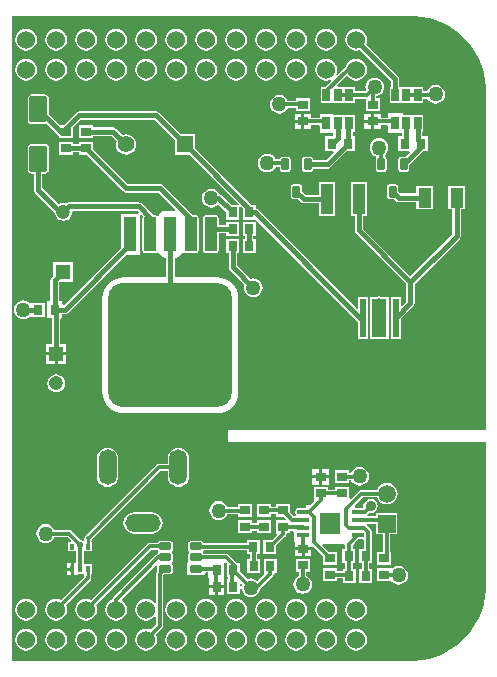
<source format=gtl>
G04*
G04 #@! TF.GenerationSoftware,Altium Limited,Altium Designer,19.1.9 (167)*
G04*
G04 Layer_Physical_Order=1*
G04 Layer_Color=255*
%FSLAX44Y44*%
%MOMM*%
G71*
G01*
G75*
%ADD11C,0.2540*%
%ADD23R,0.4000X0.5000*%
%ADD24R,1.1000X1.7000*%
%ADD25R,1.1000X2.6000*%
G04:AMPARAMS|DCode=26|XSize=0.6mm|YSize=1mm|CornerRadius=0.075mm|HoleSize=0mm|Usage=FLASHONLY|Rotation=180.000|XOffset=0mm|YOffset=0mm|HoleType=Round|Shape=RoundedRectangle|*
%AMROUNDEDRECTD26*
21,1,0.6000,0.8500,0,0,180.0*
21,1,0.4500,1.0000,0,0,180.0*
1,1,0.1500,-0.2250,0.4250*
1,1,0.1500,0.2250,0.4250*
1,1,0.1500,0.2250,-0.4250*
1,1,0.1500,-0.2250,-0.4250*
%
%ADD26ROUNDEDRECTD26*%
%ADD27R,0.9000X0.8000*%
%ADD28R,0.8000X0.9000*%
%ADD29R,0.6500X1.1000*%
%ADD30R,0.5000X3.3000*%
%ADD31R,1.3000X3.3000*%
G04:AMPARAMS|DCode=32|XSize=0.6mm|YSize=1mm|CornerRadius=0.075mm|HoleSize=0mm|Usage=FLASHONLY|Rotation=270.000|XOffset=0mm|YOffset=0mm|HoleType=Round|Shape=RoundedRectangle|*
%AMROUNDEDRECTD32*
21,1,0.6000,0.8500,0,0,270.0*
21,1,0.4500,1.0000,0,0,270.0*
1,1,0.1500,-0.4250,-0.2250*
1,1,0.1500,-0.4250,0.2250*
1,1,0.1500,0.4250,0.2250*
1,1,0.1500,0.4250,-0.2250*
%
%ADD32ROUNDEDRECTD32*%
G04:AMPARAMS|DCode=33|XSize=2.2mm|YSize=1.5mm|CornerRadius=0.1875mm|HoleSize=0mm|Usage=FLASHONLY|Rotation=90.000|XOffset=0mm|YOffset=0mm|HoleType=Round|Shape=RoundedRectangle|*
%AMROUNDEDRECTD33*
21,1,2.2000,1.1250,0,0,90.0*
21,1,1.8250,1.5000,0,0,90.0*
1,1,0.3750,0.5625,0.9125*
1,1,0.3750,0.5625,-0.9125*
1,1,0.3750,-0.5625,-0.9125*
1,1,0.3750,-0.5625,0.9125*
%
%ADD33ROUNDEDRECTD33*%
G04:AMPARAMS|DCode=34|XSize=10.5mm|YSize=10.5mm|CornerRadius=1.3125mm|HoleSize=0mm|Usage=FLASHONLY|Rotation=90.000|XOffset=0mm|YOffset=0mm|HoleType=Round|Shape=RoundedRectangle|*
%AMROUNDEDRECTD34*
21,1,10.5000,7.8750,0,0,90.0*
21,1,7.8750,10.5000,0,0,90.0*
1,1,2.6250,3.9375,3.9375*
1,1,2.6250,3.9375,-3.9375*
1,1,2.6250,-3.9375,-3.9375*
1,1,2.6250,-3.9375,3.9375*
%
%ADD34ROUNDEDRECTD34*%
G04:AMPARAMS|DCode=35|XSize=2.95mm|YSize=1.05mm|CornerRadius=0.1313mm|HoleSize=0mm|Usage=FLASHONLY|Rotation=90.000|XOffset=0mm|YOffset=0mm|HoleType=Round|Shape=RoundedRectangle|*
%AMROUNDEDRECTD35*
21,1,2.9500,0.7875,0,0,90.0*
21,1,2.6875,1.0500,0,0,90.0*
1,1,0.2625,0.3938,1.3438*
1,1,0.2625,0.3938,-1.3438*
1,1,0.2625,-0.3938,-1.3438*
1,1,0.2625,-0.3938,1.3438*
%
%ADD35ROUNDEDRECTD35*%
G04:AMPARAMS|DCode=36|XSize=0.41mm|YSize=1.02mm|CornerRadius=0.1025mm|HoleSize=0mm|Usage=FLASHONLY|Rotation=90.000|XOffset=0mm|YOffset=0mm|HoleType=Round|Shape=RoundedRectangle|*
%AMROUNDEDRECTD36*
21,1,0.4100,0.8150,0,0,90.0*
21,1,0.2050,1.0200,0,0,90.0*
1,1,0.2050,0.4075,0.1025*
1,1,0.2050,0.4075,-0.1025*
1,1,0.2050,-0.4075,-0.1025*
1,1,0.2050,-0.4075,0.1025*
%
%ADD36ROUNDEDRECTD36*%
%ADD63C,0.3000*%
%ADD64C,0.4000*%
%ADD65C,1.5240*%
%ADD66R,1.2060X1.2060*%
%ADD67C,1.2060*%
%ADD68C,1.4000*%
%ADD69R,1.4000X1.4000*%
%ADD70O,1.5000X3.0000*%
%ADD71O,3.0000X1.5000*%
%ADD72C,1.5000*%
%ADD73R,1.5000X1.5000*%
%ADD74C,1.2700*%
%ADD75C,0.9000*%
%ADD76C,1.0000*%
G36*
X348340Y545498D02*
X354459Y544281D01*
X360430Y542470D01*
X366194Y540082D01*
X371696Y537141D01*
X376884Y533675D01*
X381707Y529717D01*
X386119Y525305D01*
X390076Y520482D01*
X393543Y515294D01*
X396484Y509792D01*
X398871Y504028D01*
X400683Y498057D01*
X401900Y491938D01*
X402511Y485729D01*
Y482609D01*
Y195706D01*
X183882Y195706D01*
X183882Y185546D01*
X402511Y185546D01*
Y65041D01*
Y60378D01*
X401900Y54169D01*
X400683Y48050D01*
X398871Y42080D01*
X396484Y36316D01*
X393543Y30813D01*
X390076Y25626D01*
X386119Y20803D01*
X381707Y16391D01*
X376884Y12433D01*
X371696Y8967D01*
X366194Y6026D01*
X360430Y3638D01*
X354459Y1827D01*
X348340Y610D01*
X342131Y-2D01*
X1237D01*
Y546072D01*
X338350Y546110D01*
X342131D01*
X348340Y545498D01*
D02*
G37*
%LPC*%
G36*
X267240Y535079D02*
X264859Y534766D01*
X262640Y533847D01*
X260735Y532385D01*
X259273Y530480D01*
X258355Y528261D01*
X258041Y525880D01*
X258355Y523499D01*
X259273Y521281D01*
X260735Y519376D01*
X262640Y517914D01*
X264859Y516995D01*
X267240Y516682D01*
X269621Y516995D01*
X271839Y517914D01*
X273744Y519376D01*
X275206Y521281D01*
X276125Y523499D01*
X276439Y525880D01*
X276125Y528261D01*
X275206Y530480D01*
X273744Y532385D01*
X271839Y533847D01*
X269621Y534766D01*
X267240Y535079D01*
D02*
G37*
G36*
X241840D02*
X239459Y534766D01*
X237241Y533847D01*
X235335Y532385D01*
X233874Y530480D01*
X232955Y528261D01*
X232641Y525880D01*
X232955Y523499D01*
X233874Y521281D01*
X235335Y519376D01*
X237241Y517914D01*
X239459Y516995D01*
X241840Y516682D01*
X244221Y516995D01*
X246439Y517914D01*
X248344Y519376D01*
X249806Y521281D01*
X250725Y523499D01*
X251038Y525880D01*
X250725Y528261D01*
X249806Y530480D01*
X248344Y532385D01*
X246439Y533847D01*
X244221Y534766D01*
X241840Y535079D01*
D02*
G37*
G36*
X216440D02*
X214059Y534766D01*
X211840Y533847D01*
X209935Y532385D01*
X208473Y530480D01*
X207555Y528261D01*
X207241Y525880D01*
X207555Y523499D01*
X208473Y521281D01*
X209935Y519376D01*
X211840Y517914D01*
X214059Y516995D01*
X216440Y516682D01*
X218821Y516995D01*
X221039Y517914D01*
X222944Y519376D01*
X224406Y521281D01*
X225325Y523499D01*
X225639Y525880D01*
X225325Y528261D01*
X224406Y530480D01*
X222944Y532385D01*
X221039Y533847D01*
X218821Y534766D01*
X216440Y535079D01*
D02*
G37*
G36*
X191040D02*
X188659Y534766D01*
X186441Y533847D01*
X184535Y532385D01*
X183074Y530480D01*
X182155Y528261D01*
X181841Y525880D01*
X182155Y523499D01*
X183074Y521281D01*
X184535Y519376D01*
X186441Y517914D01*
X188659Y516995D01*
X191040Y516682D01*
X193421Y516995D01*
X195639Y517914D01*
X197544Y519376D01*
X199006Y521281D01*
X199925Y523499D01*
X200238Y525880D01*
X199925Y528261D01*
X199006Y530480D01*
X197544Y532385D01*
X195639Y533847D01*
X193421Y534766D01*
X191040Y535079D01*
D02*
G37*
G36*
X165640D02*
X163259Y534766D01*
X161040Y533847D01*
X159135Y532385D01*
X157674Y530480D01*
X156755Y528261D01*
X156441Y525880D01*
X156755Y523499D01*
X157674Y521281D01*
X159135Y519376D01*
X161040Y517914D01*
X163259Y516995D01*
X165640Y516682D01*
X168021Y516995D01*
X170239Y517914D01*
X172144Y519376D01*
X173606Y521281D01*
X174525Y523499D01*
X174839Y525880D01*
X174525Y528261D01*
X173606Y530480D01*
X172144Y532385D01*
X170239Y533847D01*
X168021Y534766D01*
X165640Y535079D01*
D02*
G37*
G36*
X140240D02*
X137859Y534766D01*
X135640Y533847D01*
X133735Y532385D01*
X132274Y530480D01*
X131355Y528261D01*
X131041Y525880D01*
X131355Y523499D01*
X132274Y521281D01*
X133735Y519376D01*
X135640Y517914D01*
X137859Y516995D01*
X140240Y516682D01*
X142621Y516995D01*
X144839Y517914D01*
X146744Y519376D01*
X148206Y521281D01*
X149125Y523499D01*
X149438Y525880D01*
X149125Y528261D01*
X148206Y530480D01*
X146744Y532385D01*
X144839Y533847D01*
X142621Y534766D01*
X140240Y535079D01*
D02*
G37*
G36*
X114840D02*
X112459Y534766D01*
X110240Y533847D01*
X108335Y532385D01*
X106874Y530480D01*
X105955Y528261D01*
X105641Y525880D01*
X105955Y523499D01*
X106874Y521281D01*
X108335Y519376D01*
X110240Y517914D01*
X112459Y516995D01*
X114840Y516682D01*
X117221Y516995D01*
X119439Y517914D01*
X121344Y519376D01*
X122806Y521281D01*
X123725Y523499D01*
X124038Y525880D01*
X123725Y528261D01*
X122806Y530480D01*
X121344Y532385D01*
X119439Y533847D01*
X117221Y534766D01*
X114840Y535079D01*
D02*
G37*
G36*
X89440D02*
X87059Y534766D01*
X84840Y533847D01*
X82935Y532385D01*
X81474Y530480D01*
X80555Y528261D01*
X80241Y525880D01*
X80555Y523499D01*
X81474Y521281D01*
X82935Y519376D01*
X84840Y517914D01*
X87059Y516995D01*
X89440Y516682D01*
X91821Y516995D01*
X94039Y517914D01*
X95944Y519376D01*
X97406Y521281D01*
X98325Y523499D01*
X98638Y525880D01*
X98325Y528261D01*
X97406Y530480D01*
X95944Y532385D01*
X94039Y533847D01*
X91821Y534766D01*
X89440Y535079D01*
D02*
G37*
G36*
X64040D02*
X61659Y534766D01*
X59440Y533847D01*
X57535Y532385D01*
X56073Y530480D01*
X55155Y528261D01*
X54841Y525880D01*
X55155Y523499D01*
X56073Y521281D01*
X57535Y519376D01*
X59440Y517914D01*
X61659Y516995D01*
X64040Y516682D01*
X66421Y516995D01*
X68639Y517914D01*
X70544Y519376D01*
X72006Y521281D01*
X72925Y523499D01*
X73239Y525880D01*
X72925Y528261D01*
X72006Y530480D01*
X70544Y532385D01*
X68639Y533847D01*
X66421Y534766D01*
X64040Y535079D01*
D02*
G37*
G36*
X38640D02*
X36259Y534766D01*
X34041Y533847D01*
X32135Y532385D01*
X30673Y530480D01*
X29755Y528261D01*
X29441Y525880D01*
X29755Y523499D01*
X30673Y521281D01*
X32135Y519376D01*
X34041Y517914D01*
X36259Y516995D01*
X38640Y516682D01*
X41021Y516995D01*
X43239Y517914D01*
X45144Y519376D01*
X46606Y521281D01*
X47525Y523499D01*
X47839Y525880D01*
X47525Y528261D01*
X46606Y530480D01*
X45144Y532385D01*
X43239Y533847D01*
X41021Y534766D01*
X38640Y535079D01*
D02*
G37*
G36*
X13240D02*
X10859Y534766D01*
X8640Y533847D01*
X6735Y532385D01*
X5274Y530480D01*
X4355Y528261D01*
X4041Y525880D01*
X4355Y523499D01*
X5274Y521281D01*
X6735Y519376D01*
X8640Y517914D01*
X10859Y516995D01*
X13240Y516682D01*
X15621Y516995D01*
X17839Y517914D01*
X19744Y519376D01*
X21206Y521281D01*
X22125Y523499D01*
X22438Y525880D01*
X22125Y528261D01*
X21206Y530480D01*
X19744Y532385D01*
X17839Y533847D01*
X15621Y534766D01*
X13240Y535079D01*
D02*
G37*
G36*
X292640Y509679D02*
X290259Y509366D01*
X288041Y508447D01*
X286135Y506985D01*
X284674Y505080D01*
X283783Y502930D01*
X283353Y502643D01*
X283353Y502643D01*
X276574Y495863D01*
X275497Y496583D01*
X276125Y498100D01*
X276439Y500480D01*
X276125Y502861D01*
X275206Y505080D01*
X273744Y506985D01*
X271839Y508447D01*
X269621Y509366D01*
X267240Y509679D01*
X264859Y509366D01*
X262640Y508447D01*
X260735Y506985D01*
X259273Y505080D01*
X258355Y502861D01*
X258041Y500480D01*
X258355Y498100D01*
X259273Y495881D01*
X260735Y493976D01*
X262640Y492514D01*
X264859Y491595D01*
X267240Y491282D01*
X269621Y491595D01*
X271137Y492223D01*
X271857Y491147D01*
X266782Y486072D01*
X262850D01*
Y472072D01*
X271081D01*
X272351Y472072D01*
Y472072D01*
X272351D01*
Y472072D01*
X291350D01*
Y476013D01*
X300797D01*
Y465371D01*
X312797D01*
Y476371D01*
X309856D01*
Y478091D01*
X310425Y478166D01*
X312335Y478957D01*
X313975Y480215D01*
X315233Y481855D01*
X316024Y483764D01*
X316294Y485814D01*
X316024Y487863D01*
X315233Y489773D01*
X313975Y491413D01*
X312335Y492671D01*
X310425Y493462D01*
X308376Y493731D01*
X306327Y493462D01*
X304417Y492671D01*
X302778Y491413D01*
X301519Y489773D01*
X300728Y487863D01*
X300458Y485814D01*
X300728Y483764D01*
X300985Y483144D01*
X300176Y482130D01*
X291350D01*
Y486072D01*
X277093D01*
X276607Y487245D01*
X284240Y494878D01*
X285507Y494795D01*
X286135Y493976D01*
X288041Y492514D01*
X290259Y491595D01*
X292640Y491282D01*
X295021Y491595D01*
X297239Y492514D01*
X299144Y493976D01*
X300606Y495881D01*
X301525Y498100D01*
X301838Y500480D01*
X301525Y502861D01*
X300606Y505080D01*
X299144Y506985D01*
X297239Y508447D01*
X295021Y509366D01*
X292640Y509679D01*
D02*
G37*
G36*
X241840D02*
X239459Y509366D01*
X237241Y508447D01*
X235335Y506985D01*
X233874Y505080D01*
X232955Y502861D01*
X232641Y500480D01*
X232955Y498100D01*
X233874Y495881D01*
X235335Y493976D01*
X237241Y492514D01*
X239459Y491595D01*
X241840Y491282D01*
X244221Y491595D01*
X246439Y492514D01*
X248344Y493976D01*
X249806Y495881D01*
X250725Y498100D01*
X251038Y500480D01*
X250725Y502861D01*
X249806Y505080D01*
X248344Y506985D01*
X246439Y508447D01*
X244221Y509366D01*
X241840Y509679D01*
D02*
G37*
G36*
X216440D02*
X214059Y509366D01*
X211840Y508447D01*
X209935Y506985D01*
X208473Y505080D01*
X207555Y502861D01*
X207241Y500480D01*
X207555Y498100D01*
X208473Y495881D01*
X209935Y493976D01*
X211840Y492514D01*
X214059Y491595D01*
X216440Y491282D01*
X218821Y491595D01*
X221039Y492514D01*
X222944Y493976D01*
X224406Y495881D01*
X225325Y498100D01*
X225639Y500480D01*
X225325Y502861D01*
X224406Y505080D01*
X222944Y506985D01*
X221039Y508447D01*
X218821Y509366D01*
X216440Y509679D01*
D02*
G37*
G36*
X191040D02*
X188659Y509366D01*
X186441Y508447D01*
X184535Y506985D01*
X183074Y505080D01*
X182155Y502861D01*
X181841Y500480D01*
X182155Y498100D01*
X183074Y495881D01*
X184535Y493976D01*
X186441Y492514D01*
X188659Y491595D01*
X191040Y491282D01*
X193421Y491595D01*
X195639Y492514D01*
X197544Y493976D01*
X199006Y495881D01*
X199925Y498100D01*
X200238Y500480D01*
X199925Y502861D01*
X199006Y505080D01*
X197544Y506985D01*
X195639Y508447D01*
X193421Y509366D01*
X191040Y509679D01*
D02*
G37*
G36*
X165640D02*
X163259Y509366D01*
X161040Y508447D01*
X159135Y506985D01*
X157674Y505080D01*
X156755Y502861D01*
X156441Y500480D01*
X156755Y498100D01*
X157674Y495881D01*
X159135Y493976D01*
X161040Y492514D01*
X163259Y491595D01*
X165640Y491282D01*
X168021Y491595D01*
X170239Y492514D01*
X172144Y493976D01*
X173606Y495881D01*
X174525Y498100D01*
X174839Y500480D01*
X174525Y502861D01*
X173606Y505080D01*
X172144Y506985D01*
X170239Y508447D01*
X168021Y509366D01*
X165640Y509679D01*
D02*
G37*
G36*
X140240D02*
X137859Y509366D01*
X135640Y508447D01*
X133735Y506985D01*
X132274Y505080D01*
X131355Y502861D01*
X131041Y500480D01*
X131355Y498100D01*
X132274Y495881D01*
X133735Y493976D01*
X135640Y492514D01*
X137859Y491595D01*
X140240Y491282D01*
X142621Y491595D01*
X144839Y492514D01*
X146744Y493976D01*
X148206Y495881D01*
X149125Y498100D01*
X149438Y500480D01*
X149125Y502861D01*
X148206Y505080D01*
X146744Y506985D01*
X144839Y508447D01*
X142621Y509366D01*
X140240Y509679D01*
D02*
G37*
G36*
X114840D02*
X112459Y509366D01*
X110240Y508447D01*
X108335Y506985D01*
X106874Y505080D01*
X105955Y502861D01*
X105641Y500480D01*
X105955Y498100D01*
X106874Y495881D01*
X108335Y493976D01*
X110240Y492514D01*
X112459Y491595D01*
X114840Y491282D01*
X117221Y491595D01*
X119439Y492514D01*
X121344Y493976D01*
X122806Y495881D01*
X123725Y498100D01*
X124038Y500480D01*
X123725Y502861D01*
X122806Y505080D01*
X121344Y506985D01*
X119439Y508447D01*
X117221Y509366D01*
X114840Y509679D01*
D02*
G37*
G36*
X89440D02*
X87059Y509366D01*
X84840Y508447D01*
X82935Y506985D01*
X81474Y505080D01*
X80555Y502861D01*
X80241Y500480D01*
X80555Y498100D01*
X81474Y495881D01*
X82935Y493976D01*
X84840Y492514D01*
X87059Y491595D01*
X89440Y491282D01*
X91821Y491595D01*
X94039Y492514D01*
X95944Y493976D01*
X97406Y495881D01*
X98325Y498100D01*
X98638Y500480D01*
X98325Y502861D01*
X97406Y505080D01*
X95944Y506985D01*
X94039Y508447D01*
X91821Y509366D01*
X89440Y509679D01*
D02*
G37*
G36*
X64040D02*
X61659Y509366D01*
X59440Y508447D01*
X57535Y506985D01*
X56073Y505080D01*
X55155Y502861D01*
X54841Y500480D01*
X55155Y498100D01*
X56073Y495881D01*
X57535Y493976D01*
X59440Y492514D01*
X61659Y491595D01*
X64040Y491282D01*
X66421Y491595D01*
X68639Y492514D01*
X70544Y493976D01*
X72006Y495881D01*
X72925Y498100D01*
X73239Y500480D01*
X72925Y502861D01*
X72006Y505080D01*
X70544Y506985D01*
X68639Y508447D01*
X66421Y509366D01*
X64040Y509679D01*
D02*
G37*
G36*
X38640D02*
X36259Y509366D01*
X34041Y508447D01*
X32135Y506985D01*
X30673Y505080D01*
X29755Y502861D01*
X29441Y500480D01*
X29755Y498100D01*
X30673Y495881D01*
X32135Y493976D01*
X34041Y492514D01*
X36259Y491595D01*
X38640Y491282D01*
X41021Y491595D01*
X43239Y492514D01*
X45144Y493976D01*
X46606Y495881D01*
X47525Y498100D01*
X47839Y500480D01*
X47525Y502861D01*
X46606Y505080D01*
X45144Y506985D01*
X43239Y508447D01*
X41021Y509366D01*
X38640Y509679D01*
D02*
G37*
G36*
X13240D02*
X10859Y509366D01*
X8640Y508447D01*
X6735Y506985D01*
X5274Y505080D01*
X4355Y502861D01*
X4041Y500480D01*
X4355Y498100D01*
X5274Y495881D01*
X6735Y493976D01*
X8640Y492514D01*
X10859Y491595D01*
X13240Y491282D01*
X15621Y491595D01*
X17839Y492514D01*
X19744Y493976D01*
X21206Y495881D01*
X22125Y498100D01*
X22438Y500480D01*
X22125Y502861D01*
X21206Y505080D01*
X19744Y506985D01*
X17839Y508447D01*
X15621Y509366D01*
X13240Y509679D01*
D02*
G37*
G36*
X292640Y535079D02*
X290259Y534766D01*
X288041Y533847D01*
X286135Y532385D01*
X284674Y530480D01*
X283755Y528261D01*
X283441Y525880D01*
X283755Y523499D01*
X284674Y521281D01*
X286135Y519376D01*
X288041Y517914D01*
X290259Y516995D01*
X292640Y516682D01*
X295021Y516995D01*
X296051Y517422D01*
X322179Y491295D01*
Y486072D01*
X320997D01*
Y472072D01*
X338727D01*
X339997Y472072D01*
Y472072D01*
X339997D01*
Y472072D01*
X349497D01*
Y476013D01*
X352997D01*
X353095Y475776D01*
X354353Y474136D01*
X355993Y472878D01*
X357903Y472087D01*
X359952Y471817D01*
X362001Y472087D01*
X363911Y472878D01*
X365551Y474136D01*
X366809Y475776D01*
X367600Y477685D01*
X367870Y479734D01*
X367600Y481784D01*
X366809Y483693D01*
X365551Y485333D01*
X363911Y486591D01*
X362001Y487383D01*
X359952Y487652D01*
X357903Y487383D01*
X355993Y486591D01*
X354353Y485333D01*
X353095Y483693D01*
X352448Y482130D01*
X349497D01*
Y486072D01*
X341267D01*
X339997Y486072D01*
Y486072D01*
X339997D01*
Y486072D01*
X329316D01*
Y492773D01*
X329044Y494138D01*
X328271Y495296D01*
X301098Y522469D01*
X301525Y523499D01*
X301838Y525880D01*
X301525Y528261D01*
X300606Y530480D01*
X299144Y532385D01*
X297239Y533847D01*
X295021Y534766D01*
X292640Y535079D01*
D02*
G37*
G36*
X227581Y479220D02*
X225532Y478950D01*
X223622Y478159D01*
X221982Y476901D01*
X220724Y475261D01*
X219933Y473352D01*
X219663Y471302D01*
X219933Y469253D01*
X220724Y467343D01*
X221982Y465704D01*
X223622Y464445D01*
X225532Y463654D01*
X227581Y463385D01*
X229630Y463654D01*
X231540Y464445D01*
X233179Y465704D01*
X234438Y467343D01*
X234811Y468243D01*
X241724D01*
Y465371D01*
X253724D01*
Y476371D01*
X241724D01*
Y474361D01*
X234811D01*
X234438Y475261D01*
X233179Y476901D01*
X231540Y478159D01*
X229630Y478950D01*
X227581Y479220D01*
D02*
G37*
G36*
X319684Y463799D02*
Y459929D01*
X313837D01*
Y463410D01*
X308068D01*
Y456870D01*
Y450331D01*
X313837D01*
Y453812D01*
X318786D01*
X319684Y452914D01*
X319684Y447070D01*
X319957Y447032D01*
X320938Y447032D01*
X331537D01*
X331678Y445820D01*
Y444024D01*
X328274D01*
Y432024D01*
X337866D01*
X338392Y430754D01*
X334535Y426898D01*
X330788D01*
X329910Y426723D01*
X329166Y426226D01*
X328669Y425481D01*
X328494Y424603D01*
Y416103D01*
X328669Y415225D01*
X329166Y414481D01*
X329910Y413984D01*
X330788Y413809D01*
X335288D01*
X336166Y413984D01*
X336910Y414481D01*
X337407Y415225D01*
X337582Y416103D01*
Y419851D01*
X349755Y432024D01*
X353274D01*
Y444024D01*
X348316D01*
Y448072D01*
X349497D01*
Y462072D01*
X341267D01*
X339997Y462072D01*
X338727Y462072D01*
X332019D01*
Y463799D01*
X319684Y463799D01*
D02*
G37*
G36*
X246454Y463410D02*
X240684D01*
Y458140D01*
X246454D01*
Y463410D01*
D02*
G37*
G36*
X305528D02*
X299757D01*
Y458140D01*
X305528D01*
Y463410D01*
D02*
G37*
G36*
Y455601D02*
X299757D01*
Y450331D01*
X305528D01*
Y455601D01*
D02*
G37*
G36*
X246454D02*
X240684D01*
Y450331D01*
X246454D01*
Y455601D01*
D02*
G37*
G36*
X70147Y439567D02*
X58147D01*
Y437636D01*
X53340D01*
Y439567D01*
X41340D01*
Y428567D01*
X53340D01*
Y430499D01*
X58147D01*
Y428567D01*
X64600D01*
X95653Y397515D01*
X95653Y397515D01*
X96811Y396742D01*
X98176Y396470D01*
X125563D01*
X139661Y382372D01*
X139042Y381195D01*
X131562D01*
X129099Y380705D01*
X127011Y379310D01*
X125616Y377222D01*
X125134Y377047D01*
X124256Y376893D01*
X123485Y377408D01*
X122387Y377626D01*
X120843D01*
X111206Y387263D01*
X110048Y388037D01*
X108682Y388309D01*
X49322D01*
X47956Y388037D01*
X47066Y387442D01*
X46774Y387563D01*
X44809Y387821D01*
X42843Y387563D01*
X41011Y386804D01*
X40840Y386673D01*
X27173Y400340D01*
Y412533D01*
X29230D01*
X30546Y412795D01*
X31663Y413541D01*
X32409Y414657D01*
X32671Y415974D01*
Y434224D01*
X32409Y435541D01*
X31663Y436657D01*
X30546Y437403D01*
X29230Y437665D01*
X17980D01*
X16663Y437403D01*
X15546Y436657D01*
X14800Y435541D01*
X14539Y434224D01*
Y415974D01*
X14800Y414657D01*
X15546Y413541D01*
X16663Y412795D01*
X17980Y412533D01*
X20036D01*
Y398862D01*
X20308Y397496D01*
X21081Y396338D01*
X37217Y380203D01*
X37472Y378261D01*
X38231Y376429D01*
X39438Y374856D01*
X41011Y373649D01*
X42843Y372890D01*
X44809Y372631D01*
X46774Y372890D01*
X48606Y373649D01*
X50179Y374856D01*
X51386Y376429D01*
X52145Y378261D01*
X52403Y380227D01*
X53232Y381171D01*
X107204D01*
X108645Y379731D01*
X108118Y378461D01*
X106471D01*
X105337Y378687D01*
X97462D01*
X96329Y378461D01*
X93506D01*
Y349851D01*
X45286Y301631D01*
X44016Y302157D01*
Y304278D01*
X44015Y304278D01*
X41044D01*
Y320615D01*
X41279Y320850D01*
X53378D01*
Y320857D01*
X53379D01*
Y337996D01*
X36239D01*
Y337990D01*
X36239D01*
Y325903D01*
X34952Y324617D01*
X34179Y323459D01*
X33907Y322094D01*
Y304278D01*
X30936D01*
Y304278D01*
X30935D01*
Y290198D01*
X35189D01*
Y268441D01*
X30187D01*
Y261141D01*
X38757D01*
X47327D01*
Y268441D01*
X42326D01*
Y289300D01*
X43224Y290198D01*
X44015Y290198D01*
X44016Y290198D01*
X44016Y291468D01*
Y293669D01*
X45940D01*
X47305Y293941D01*
X48463Y294715D01*
X97704Y343956D01*
X109334D01*
Y377246D01*
X110604Y377772D01*
X112126Y376250D01*
X111863Y375856D01*
X111645Y374759D01*
Y347884D01*
X111863Y346786D01*
X112485Y345856D01*
X113415Y345234D01*
X114512Y345016D01*
X122387D01*
X123485Y345234D01*
X124256Y345750D01*
X125134Y345595D01*
X125616Y345421D01*
X127011Y343333D01*
X129099Y341937D01*
X131562Y341448D01*
X131931D01*
Y324909D01*
X96125D01*
X92572Y324559D01*
X89155Y323523D01*
X86006Y321840D01*
X83246Y319575D01*
X80981Y316815D01*
X79298Y313666D01*
X78262Y310250D01*
X77912Y306696D01*
Y227946D01*
X78262Y224393D01*
X79298Y220977D01*
X80981Y217828D01*
X83246Y215068D01*
X86006Y212803D01*
X89155Y211120D01*
X92572Y210084D01*
X96125Y209734D01*
X174875D01*
X178428Y210084D01*
X181844Y211120D01*
X184993Y212803D01*
X187753Y215068D01*
X190018Y217828D01*
X191701Y220977D01*
X192737Y224393D01*
X193087Y227946D01*
Y306696D01*
X192737Y310250D01*
X191701Y313666D01*
X190018Y316815D01*
X187753Y319575D01*
X184993Y321840D01*
X181844Y323523D01*
X178428Y324559D01*
X174875Y324909D01*
X139068D01*
Y341448D01*
X139437D01*
X141900Y341937D01*
X143988Y343333D01*
X145384Y345421D01*
X145865Y345595D01*
X146744Y345750D01*
X147515Y345234D01*
X148612Y345016D01*
X156487D01*
X157585Y345234D01*
X158515Y345856D01*
X159136Y346786D01*
X159355Y347884D01*
Y374759D01*
X159136Y375856D01*
X158515Y376786D01*
X157585Y377408D01*
X156487Y377626D01*
X154500D01*
X129565Y402562D01*
X128407Y403335D01*
X127042Y403607D01*
X99655D01*
X70147Y433114D01*
Y439567D01*
D02*
G37*
G36*
Y453567D02*
X58147D01*
Y442567D01*
X70147D01*
Y444499D01*
X85669D01*
X90019Y440148D01*
X89721Y439430D01*
X89429Y437211D01*
X89721Y434992D01*
X90578Y432925D01*
X91940Y431149D01*
X93716Y429787D01*
X95784Y428930D01*
X98003Y428638D01*
X100222Y428930D01*
X102289Y429787D01*
X104065Y431149D01*
X105427Y432925D01*
X106284Y434992D01*
X106576Y437211D01*
X106284Y439430D01*
X105427Y441498D01*
X104065Y443274D01*
X102289Y444636D01*
X100222Y445493D01*
X98003Y445785D01*
X95784Y445493D01*
X95066Y445195D01*
X89670Y450591D01*
X88512Y451364D01*
X87147Y451636D01*
X70147D01*
Y453567D01*
D02*
G37*
G36*
X254764Y463410D02*
X248994D01*
Y456870D01*
Y450331D01*
X254764D01*
Y453812D01*
X260912D01*
X261810Y452914D01*
X261810Y447032D01*
X261810Y447032D01*
X263080Y447032D01*
X273391D01*
X273532Y445820D01*
Y444438D01*
X273119Y444024D01*
X266665D01*
Y432024D01*
X273459D01*
X273945Y430851D01*
X267017Y423922D01*
X256227D01*
Y424603D01*
X256053Y425481D01*
X255555Y426226D01*
X254811Y426723D01*
X253933Y426898D01*
X249433D01*
X248556Y426723D01*
X247811Y426226D01*
X247314Y425481D01*
X247139Y424603D01*
Y416103D01*
X247314Y415225D01*
X247811Y414481D01*
X248556Y413984D01*
X249433Y413809D01*
X253933D01*
X254811Y413984D01*
X255555Y414481D01*
X256053Y415225D01*
X256227Y416103D01*
Y416785D01*
X268495D01*
X269860Y417057D01*
X271018Y417830D01*
X285212Y432024D01*
X291665D01*
Y444024D01*
X289734D01*
Y448072D01*
X291350D01*
Y462072D01*
X274072D01*
X273391Y463112D01*
X273363Y463112D01*
X273363Y463112D01*
X272120Y463112D01*
X261810Y463112D01*
Y459929D01*
X254764D01*
Y463410D01*
D02*
G37*
G36*
X312102Y442548D02*
X310053Y442278D01*
X308144Y441487D01*
X306504Y440229D01*
X305245Y438589D01*
X304454Y436679D01*
X304185Y434630D01*
X304454Y432581D01*
X305245Y430671D01*
X306504Y429032D01*
X308144Y427773D01*
X309432Y427239D01*
X309553Y427073D01*
X309868Y425881D01*
X309846Y425747D01*
X309668Y425481D01*
X309494Y424603D01*
Y416103D01*
X309668Y415225D01*
X310166Y414481D01*
X310910Y413984D01*
X311788Y413809D01*
X316288D01*
X317166Y413984D01*
X317910Y414481D01*
X318407Y415225D01*
X318582Y416103D01*
Y424603D01*
X318407Y425481D01*
X317910Y426226D01*
X317166Y426723D01*
X317097Y426737D01*
Y428568D01*
X317701Y429032D01*
X318959Y430671D01*
X319750Y432581D01*
X320020Y434630D01*
X319750Y436679D01*
X318959Y438589D01*
X317701Y440229D01*
X316061Y441487D01*
X314152Y442278D01*
X312102Y442548D01*
D02*
G37*
G36*
X217384Y429409D02*
X215334Y429139D01*
X213425Y428348D01*
X211785Y427090D01*
X210527Y425450D01*
X209736Y423541D01*
X209466Y421491D01*
X209736Y419442D01*
X210527Y417533D01*
X211785Y415893D01*
X213425Y414634D01*
X215334Y413843D01*
X217384Y413574D01*
X219433Y413843D01*
X221343Y414634D01*
X222982Y415893D01*
X224241Y417533D01*
X224613Y418433D01*
X228140D01*
Y416103D01*
X228314Y415225D01*
X228811Y414481D01*
X229556Y413984D01*
X230434Y413809D01*
X234934D01*
X235812Y413984D01*
X236556Y414481D01*
X237053Y415225D01*
X237228Y416103D01*
Y424603D01*
X237053Y425481D01*
X236556Y426226D01*
X235812Y426723D01*
X234934Y426898D01*
X230434D01*
X229556Y426723D01*
X228811Y426226D01*
X228314Y425481D01*
X228140Y424603D01*
Y424550D01*
X224613D01*
X224241Y425450D01*
X222982Y427090D01*
X221343Y428348D01*
X219433Y429139D01*
X217384Y429409D01*
D02*
G37*
G36*
X274957Y405738D02*
X260957D01*
Y394807D01*
X249777D01*
X246728Y397856D01*
Y401604D01*
X246553Y402482D01*
X246056Y403226D01*
X245312Y403723D01*
X244434Y403898D01*
X239934D01*
X239056Y403723D01*
X238312Y403226D01*
X237814Y402482D01*
X237640Y401604D01*
Y393104D01*
X237814Y392226D01*
X238312Y391482D01*
X239056Y390984D01*
X239934Y390810D01*
X243681D01*
X245776Y388715D01*
X246933Y387942D01*
X248299Y387670D01*
X260957D01*
Y376738D01*
X274957D01*
Y405738D01*
D02*
G37*
G36*
X29230Y479666D02*
X17980D01*
X16663Y479404D01*
X15546Y478658D01*
X14800Y477541D01*
X14539Y476225D01*
Y457975D01*
X14800Y456658D01*
X15546Y455541D01*
X16663Y454795D01*
X17980Y454534D01*
X29230D01*
X30546Y454795D01*
X30736Y454922D01*
X40113Y445544D01*
X41271Y444770D01*
X41340Y444757D01*
Y442567D01*
X53340D01*
Y451762D01*
X59756Y458178D01*
X121990D01*
X139503Y440665D01*
Y428711D01*
X151456D01*
X193239Y386928D01*
X192713Y385658D01*
X187299D01*
X178683Y394275D01*
X177525Y395048D01*
X177240Y395105D01*
X176989Y395710D01*
X175731Y397350D01*
X174091Y398608D01*
X172181Y399399D01*
X170132Y399669D01*
X168083Y399399D01*
X166173Y398608D01*
X164533Y397350D01*
X163275Y395710D01*
X162484Y393801D01*
X162214Y391752D01*
X162484Y389702D01*
X163275Y387793D01*
X164533Y386153D01*
X166173Y384894D01*
X168083Y384104D01*
X170132Y383834D01*
X172181Y384104D01*
X174091Y384894D01*
X175731Y386153D01*
X176651Y386213D01*
X182752Y380111D01*
Y373658D01*
X193752D01*
Y384619D01*
X195022Y385145D01*
X196752Y383415D01*
Y373658D01*
X207712D01*
X293491Y287879D01*
X294394Y287276D01*
Y272402D01*
X302395D01*
Y308402D01*
X294394D01*
Y298729D01*
X293221Y298242D01*
X209282Y382181D01*
X208125Y382955D01*
X207752Y383029D01*
Y385658D01*
X204603D01*
X156503Y433758D01*
Y445711D01*
X144549D01*
X125991Y464270D01*
X124833Y465043D01*
X123468Y465315D01*
X58278D01*
X56912Y465043D01*
X55754Y464270D01*
X45052Y453567D01*
X42183D01*
X32671Y463080D01*
Y476225D01*
X32409Y477541D01*
X31663Y478658D01*
X30546Y479404D01*
X29230Y479666D01*
D02*
G37*
G36*
X325788Y403898D02*
X321288D01*
X320410Y403723D01*
X319666Y403226D01*
X319168Y402482D01*
X318994Y401604D01*
Y393104D01*
X319168Y392226D01*
X319666Y391482D01*
X320410Y390984D01*
X321288Y390810D01*
X325035D01*
X326181Y389664D01*
X327339Y388890D01*
X328704Y388619D01*
X343769D01*
Y382187D01*
X357769D01*
Y402187D01*
X343769D01*
Y395756D01*
X330182D01*
X328082Y397856D01*
Y401604D01*
X327907Y402482D01*
X327410Y403226D01*
X326666Y403723D01*
X325788Y403898D01*
D02*
G37*
G36*
X173537Y377626D02*
X165662D01*
X164565Y377408D01*
X163634Y376786D01*
X163013Y375856D01*
X162795Y374759D01*
Y347884D01*
X163013Y346786D01*
X163634Y345856D01*
X164565Y345234D01*
X165662Y345016D01*
X173537D01*
X174635Y345234D01*
X175565Y345856D01*
X176187Y346786D01*
X176405Y347884D01*
Y361938D01*
X182752D01*
Y359506D01*
X193752D01*
Y371506D01*
X182752D01*
Y369075D01*
X176405D01*
Y374759D01*
X176187Y375856D01*
X175565Y376786D01*
X174635Y377408D01*
X173537Y377626D01*
D02*
G37*
G36*
X207752Y371506D02*
X196752D01*
Y359506D01*
X198684D01*
Y357354D01*
X196752D01*
Y345354D01*
X207752D01*
Y357354D01*
X205821D01*
Y359506D01*
X207752D01*
Y371506D01*
D02*
G37*
G36*
X193752Y357354D02*
X182752D01*
Y345354D01*
X184684D01*
Y333410D01*
X184956Y332045D01*
X185729Y330887D01*
X198237Y318379D01*
X198076Y317988D01*
X197806Y315939D01*
X198076Y313890D01*
X198867Y311980D01*
X200125Y310340D01*
X201765Y309082D01*
X203674Y308291D01*
X205724Y308021D01*
X207773Y308291D01*
X209683Y309082D01*
X211322Y310340D01*
X212581Y311980D01*
X213372Y313890D01*
X213641Y315939D01*
X213372Y317988D01*
X212581Y319898D01*
X211322Y321538D01*
X209683Y322796D01*
X207773Y323587D01*
X205724Y323857D01*
X203674Y323587D01*
X203284Y323425D01*
X191821Y334888D01*
Y345354D01*
X193752D01*
Y357354D01*
D02*
G37*
G36*
X301957Y405738D02*
X287957D01*
Y376738D01*
X291388D01*
Y364520D01*
X291660Y363154D01*
X292433Y361997D01*
X335084Y319346D01*
Y304139D01*
X331568Y300622D01*
X330394Y301108D01*
Y308402D01*
X322394D01*
Y272402D01*
X330394D01*
Y289356D01*
X341176Y300137D01*
X341950Y301295D01*
X342221Y302660D01*
Y319298D01*
X380292Y357368D01*
X381065Y358526D01*
X381337Y359892D01*
Y382187D01*
X384768D01*
Y402187D01*
X370769D01*
Y382187D01*
X374200D01*
Y361370D01*
X338677Y325847D01*
X298525Y365998D01*
Y376738D01*
X301957D01*
Y405738D01*
D02*
G37*
G36*
X11061Y305273D02*
X9011Y305003D01*
X7102Y304212D01*
X5462Y302954D01*
X4204Y301314D01*
X3413Y299404D01*
X3143Y297355D01*
X3413Y295306D01*
X4204Y293396D01*
X5462Y291756D01*
X7102Y290498D01*
X9011Y289707D01*
X11061Y289437D01*
X13110Y289707D01*
X15019Y290498D01*
X16659Y291756D01*
X16706Y291817D01*
X17976Y291385D01*
Y291238D01*
X28976D01*
Y303238D01*
X17976D01*
X17976Y303238D01*
Y303238D01*
X16706Y302893D01*
X16659Y302954D01*
X15019Y304212D01*
X13110Y305003D01*
X11061Y305273D01*
D02*
G37*
G36*
X312394Y308642D02*
X310698Y308419D01*
X310658Y308402D01*
X304394D01*
Y272402D01*
X320394D01*
Y308402D01*
X314130D01*
X314091Y308419D01*
X312394Y308642D01*
D02*
G37*
G36*
X47327Y258601D02*
X40027D01*
Y251301D01*
X47327D01*
Y258601D01*
D02*
G37*
G36*
X37487D02*
X30187D01*
Y251301D01*
X37487D01*
Y258601D01*
D02*
G37*
G36*
X38757Y242465D02*
X36792Y242207D01*
X34960Y241448D01*
X33387Y240241D01*
X32180Y238668D01*
X31421Y236836D01*
X31162Y234870D01*
X31421Y232905D01*
X32180Y231073D01*
X33387Y229500D01*
X34960Y228293D01*
X36792Y227534D01*
X38757Y227276D01*
X40723Y227534D01*
X42555Y228293D01*
X44128Y229500D01*
X45335Y231073D01*
X46093Y232905D01*
X46352Y234870D01*
X46093Y236836D01*
X45335Y238668D01*
X44128Y240241D01*
X42555Y241448D01*
X40723Y242207D01*
X38757Y242465D01*
D02*
G37*
G36*
X295629Y164102D02*
X293580Y163832D01*
X291671Y163041D01*
X290031Y161782D01*
X288773Y160143D01*
X288277Y158946D01*
X287056D01*
Y161388D01*
X275056D01*
Y150388D01*
X287056D01*
Y152829D01*
X288522D01*
X288773Y152225D01*
X290031Y150585D01*
X291671Y149327D01*
X293580Y148536D01*
X295629Y148266D01*
X297679Y148536D01*
X299588Y149327D01*
X301228Y150585D01*
X302486Y152225D01*
X303277Y154135D01*
X303547Y156184D01*
X303277Y158233D01*
X302486Y160143D01*
X301228Y161782D01*
X299588Y163041D01*
X297679Y163832D01*
X295629Y164102D01*
D02*
G37*
G36*
X269706Y162274D02*
X263936D01*
Y157004D01*
X269706D01*
Y162274D01*
D02*
G37*
G36*
X261396D02*
X255626D01*
Y157004D01*
X261396D01*
Y162274D01*
D02*
G37*
G36*
X269706Y154464D02*
X263936D01*
Y149194D01*
X269706D01*
Y154464D01*
D02*
G37*
G36*
X261396D02*
X255626D01*
Y149194D01*
X261396D01*
Y154464D01*
D02*
G37*
G36*
X142315Y180422D02*
X139966Y180113D01*
X137776Y179206D01*
X135896Y177763D01*
X134454Y175883D01*
X133547Y173694D01*
X133237Y171344D01*
Y166903D01*
X125642D01*
X124471Y166670D01*
X123479Y166007D01*
X123479Y166007D01*
X64036Y106565D01*
X64036Y106565D01*
X63964Y106492D01*
X63301Y105500D01*
X63287Y105430D01*
X62782Y104675D01*
X62567Y103594D01*
Y102266D01*
X62214Y102009D01*
X61297Y101703D01*
X60562Y102194D01*
X59724Y102361D01*
X52090Y109995D01*
X51097Y110659D01*
X49927Y110891D01*
X49927Y110891D01*
X37064D01*
X36691Y111791D01*
X35433Y113431D01*
X33793Y114690D01*
X31883Y115480D01*
X29834Y115750D01*
X27785Y115480D01*
X25875Y114690D01*
X24235Y113431D01*
X22977Y111791D01*
X22186Y109882D01*
X21916Y107833D01*
X22186Y105783D01*
X22977Y103874D01*
X24235Y102234D01*
X25875Y100976D01*
X27785Y100185D01*
X29834Y99915D01*
X31883Y100185D01*
X33793Y100976D01*
X35433Y102234D01*
X36691Y103874D01*
X37064Y104774D01*
X48660D01*
X51635Y101799D01*
X51149Y100625D01*
X48891D01*
Y92626D01*
X55833D01*
Y82665D01*
X53661D01*
Y77625D01*
Y72585D01*
X56931D01*
Y73625D01*
X62497D01*
Y72230D01*
X62495Y72228D01*
X62305Y71271D01*
X45047Y54013D01*
X42561Y51527D01*
X41021Y52165D01*
X38640Y52479D01*
X36259Y52165D01*
X34041Y51247D01*
X32135Y49785D01*
X30673Y47880D01*
X29755Y45661D01*
X29441Y43280D01*
X29755Y40900D01*
X30673Y38681D01*
X32135Y36776D01*
X34041Y35314D01*
X36259Y34395D01*
X38640Y34082D01*
X41021Y34395D01*
X43239Y35314D01*
X45144Y36776D01*
X46606Y38681D01*
X47525Y40900D01*
X47839Y43280D01*
X47525Y45661D01*
X46887Y47202D01*
X49373Y49688D01*
X67484Y67799D01*
X68147Y68791D01*
X68380Y69962D01*
X68380Y69962D01*
Y71057D01*
X68147Y72228D01*
X68145Y72230D01*
Y73625D01*
X68892D01*
Y81625D01*
X61950D01*
Y92626D01*
X68892D01*
Y100625D01*
X68216D01*
Y101853D01*
X68289Y101902D01*
X68821Y102698D01*
X126909Y160786D01*
X133237D01*
Y156344D01*
X133547Y153995D01*
X134454Y151806D01*
X135896Y149926D01*
X137776Y148483D01*
X139966Y147576D01*
X142315Y147267D01*
X144664Y147576D01*
X146854Y148483D01*
X148734Y149926D01*
X150176Y151806D01*
X151083Y153995D01*
X151393Y156344D01*
Y171344D01*
X151083Y173694D01*
X150176Y175883D01*
X148734Y177763D01*
X146854Y179206D01*
X144664Y180113D01*
X142315Y180422D01*
D02*
G37*
G36*
X82315D02*
X79966Y180113D01*
X77776Y179206D01*
X75896Y177763D01*
X74454Y175883D01*
X73547Y173694D01*
X73238Y171344D01*
Y156344D01*
X73547Y153995D01*
X74454Y151806D01*
X75896Y149926D01*
X77776Y148483D01*
X79966Y147576D01*
X82315Y147267D01*
X84665Y147576D01*
X86854Y148483D01*
X88734Y149926D01*
X90177Y151806D01*
X91083Y153995D01*
X91393Y156344D01*
Y171344D01*
X91083Y173694D01*
X90177Y175883D01*
X88734Y177763D01*
X86854Y179206D01*
X84665Y180113D01*
X82315Y180422D01*
D02*
G37*
G36*
X318729Y150566D02*
X316379Y150257D01*
X314190Y149350D01*
X312310Y147907D01*
X310867Y146027D01*
X310254Y144547D01*
X297063D01*
X297063Y144547D01*
X295893Y144314D01*
X294900Y143651D01*
X288326Y137077D01*
X287056Y137603D01*
Y147388D01*
X275056D01*
Y144793D01*
X268666D01*
Y147234D01*
X256666D01*
Y136234D01*
X256900D01*
X257386Y135061D01*
X254069Y131743D01*
X250214Y131744D01*
X250214Y129456D01*
X243832D01*
X242847Y129260D01*
X242012Y128702D01*
X241453Y127867D01*
X241257Y126882D01*
Y124832D01*
X241453Y123847D01*
X241561Y123686D01*
X240956Y122555D01*
X239707Y122453D01*
X236490Y125670D01*
Y132844D01*
X224490D01*
Y130402D01*
X220444D01*
Y132844D01*
X208444D01*
Y121844D01*
X220444D01*
Y124285D01*
X224490D01*
Y121844D01*
X231664D01*
X233491Y120017D01*
X233005Y118844D01*
X224490D01*
Y107844D01*
X225060D01*
X225546Y106670D01*
X221451Y102575D01*
X214277D01*
Y90575D01*
X225277D01*
Y97749D01*
X232652Y105125D01*
X232652Y105125D01*
X233316Y106117D01*
X233548Y107288D01*
X234588Y107844D01*
X236490D01*
Y110285D01*
X239299D01*
X240197Y109387D01*
X240197Y101694D01*
X240197D01*
X240818Y100424D01*
Y96355D01*
X247858D01*
X254898D01*
Y96548D01*
X256071Y97034D01*
X264597Y88508D01*
Y81334D01*
X276597D01*
Y92334D01*
X269422D01*
X263855Y97901D01*
X264342Y99074D01*
X282726Y99075D01*
X283624Y98177D01*
Y94598D01*
X281182D01*
Y82598D01*
X283624D01*
Y77574D01*
X281218D01*
Y75893D01*
X276597D01*
Y78334D01*
X264597D01*
Y67334D01*
X276597D01*
Y69775D01*
X281218D01*
Y65574D01*
X292218D01*
Y77574D01*
X289741D01*
Y82598D01*
X292183D01*
Y94598D01*
X289741D01*
Y97865D01*
X290951Y99075D01*
X291457D01*
X291456Y99580D01*
X294633Y102757D01*
X297982D01*
X298470Y102854D01*
X299741Y102059D01*
Y94598D01*
X295182D01*
Y82598D01*
X297624D01*
Y77574D01*
X295218D01*
Y65574D01*
X306217D01*
Y77574D01*
X303741D01*
Y82598D01*
X306182D01*
Y94598D01*
X305858D01*
Y109413D01*
X305858Y109413D01*
X305625Y110584D01*
X304962Y111576D01*
X304962Y111576D01*
X301519Y115019D01*
X301506Y115028D01*
X301891Y116298D01*
X309729D01*
Y107088D01*
X315670D01*
Y92334D01*
X310601D01*
Y81334D01*
X322601D01*
Y92334D01*
X321787D01*
Y107088D01*
X327729D01*
Y125088D01*
X309729D01*
Y122416D01*
X302363D01*
X301978Y123686D01*
X301990Y123694D01*
X303494Y125198D01*
X304989Y124900D01*
X307330Y125366D01*
X309315Y126692D01*
X310641Y128677D01*
X311106Y131018D01*
X310641Y133359D01*
X309315Y135344D01*
X307330Y136670D01*
X304989Y137135D01*
X302648Y136670D01*
X300663Y135344D01*
X299337Y133359D01*
X298871Y131018D01*
X298963Y130556D01*
X298011Y129489D01*
X297887Y129456D01*
X291404D01*
X291400Y131500D01*
X298330Y138430D01*
X310254D01*
X310867Y136950D01*
X312310Y135070D01*
X314190Y133627D01*
X316379Y132720D01*
X318729Y132411D01*
X321078Y132720D01*
X323268Y133627D01*
X325148Y135070D01*
X326590Y136950D01*
X327497Y139139D01*
X327806Y141488D01*
X327497Y143838D01*
X326590Y146027D01*
X325148Y147907D01*
X323268Y149350D01*
X321078Y150257D01*
X318729Y150566D01*
D02*
G37*
G36*
X176418Y135211D02*
X174369Y134941D01*
X172459Y134150D01*
X170819Y132892D01*
X169561Y131252D01*
X168770Y129342D01*
X168500Y127293D01*
X168770Y125244D01*
X169561Y123334D01*
X170819Y121694D01*
X172459Y120436D01*
X174369Y119645D01*
X176418Y119375D01*
X178467Y119645D01*
X180377Y120436D01*
X182017Y121694D01*
X183275Y123334D01*
X183648Y124234D01*
X192400D01*
Y121844D01*
X204400D01*
Y132844D01*
X192400D01*
Y130352D01*
X183648D01*
X183275Y131252D01*
X182017Y132892D01*
X180377Y134150D01*
X178467Y134941D01*
X176418Y135211D01*
D02*
G37*
G36*
X220444Y118844D02*
X208444D01*
Y116402D01*
X204400D01*
Y118844D01*
X192400D01*
Y107844D01*
X204400D01*
Y110285D01*
X208444D01*
Y107844D01*
X220444D01*
Y118844D01*
D02*
G37*
G36*
X119815Y125922D02*
X104815D01*
X102466Y125613D01*
X100276Y124706D01*
X98396Y123263D01*
X96954Y121383D01*
X96047Y119194D01*
X95737Y116844D01*
X96047Y114495D01*
X96954Y112305D01*
X98396Y110425D01*
X100276Y108983D01*
X102466Y108076D01*
X104815Y107767D01*
X119815D01*
X122165Y108076D01*
X124354Y108983D01*
X126234Y110425D01*
X127676Y112305D01*
X128583Y114495D01*
X128893Y116844D01*
X128583Y119194D01*
X127676Y121383D01*
X126234Y123263D01*
X124354Y124706D01*
X122165Y125613D01*
X119815Y125922D01*
D02*
G37*
G36*
X211277Y102575D02*
X200277D01*
Y99634D01*
X163500D01*
X163383Y100223D01*
X162886Y100967D01*
X162141Y101465D01*
X161264Y101639D01*
X152764D01*
X151886Y101465D01*
X151141Y100967D01*
X150644Y100223D01*
X150469Y99345D01*
Y94845D01*
X150644Y93967D01*
X151141Y93223D01*
X151383Y93062D01*
Y91629D01*
X151141Y91468D01*
X150644Y90723D01*
X150469Y89846D01*
Y85346D01*
X150644Y84468D01*
X150669Y84430D01*
X150670Y84003D01*
X149717Y82906D01*
X149508D01*
Y80843D01*
X149409Y80345D01*
Y75845D01*
X149508Y75348D01*
Y72409D01*
X164730Y72409D01*
X164727Y74138D01*
X165625Y75037D01*
X167154D01*
X167154Y70374D01*
X167154Y70374D01*
X167981Y69979D01*
Y64209D01*
X174521D01*
X181061D01*
Y69979D01*
X181061D01*
Y70211D01*
X181061D01*
Y82771D01*
X182270Y83307D01*
X183021Y82716D01*
Y71251D01*
X184658D01*
Y68939D01*
X183021D01*
Y56939D01*
X194021D01*
Y65377D01*
X195194Y65863D01*
X196238Y64819D01*
X195865Y63919D01*
X195595Y61870D01*
X195865Y59821D01*
X196656Y57911D01*
X197915Y56271D01*
X199554Y55013D01*
X201464Y54222D01*
X203513Y53952D01*
X205563Y54222D01*
X207472Y55013D01*
X209112Y56271D01*
X210370Y57911D01*
X211161Y59821D01*
X211320Y61025D01*
X222044Y71750D01*
X222708Y72742D01*
X222940Y73913D01*
X223919Y74560D01*
X225382D01*
Y86560D01*
X214382D01*
Y74560D01*
X214544D01*
X215030Y73387D01*
X209112Y67469D01*
X207472Y68727D01*
X205563Y69518D01*
X203513Y69788D01*
X201464Y69518D01*
X200564Y69145D01*
X194021Y75688D01*
Y83251D01*
X191336D01*
X191173Y83495D01*
X191173Y83495D01*
X184910Y89758D01*
X184910Y89759D01*
X184317Y90155D01*
X183918Y90421D01*
X183918Y90421D01*
X183918Y90422D01*
X183526Y90500D01*
X182747Y90654D01*
X182747Y90654D01*
X163397D01*
X163383Y90723D01*
X162886Y91468D01*
X162974Y92760D01*
X163725Y93516D01*
X200277D01*
Y90575D01*
X202823D01*
Y86560D01*
X200382D01*
Y74560D01*
X211382D01*
Y86560D01*
X208940D01*
Y90575D01*
X211277D01*
Y102575D01*
D02*
G37*
G36*
X254898Y93815D02*
X249128D01*
Y88545D01*
X254898D01*
Y93815D01*
D02*
G37*
G36*
X246588D02*
X240818D01*
Y88545D01*
X246588D01*
Y93815D01*
D02*
G37*
G36*
X51121Y82665D02*
X47851D01*
Y78895D01*
X51121D01*
Y82665D01*
D02*
G37*
G36*
X328635Y80370D02*
X326586Y80100D01*
X324676Y79309D01*
X323759Y78605D01*
X322601Y78334D01*
X322601Y78334D01*
X322601Y78334D01*
X310601D01*
Y67334D01*
X322601D01*
X322601Y67334D01*
Y67334D01*
X322884Y67022D01*
X323036Y66853D01*
X323476Y66516D01*
X324676Y65595D01*
X326586Y64804D01*
X328635Y64534D01*
X330685Y64804D01*
X332594Y65595D01*
X334234Y66853D01*
X335492Y68493D01*
X336283Y70403D01*
X336553Y72452D01*
X336283Y74501D01*
X335492Y76411D01*
X334234Y78051D01*
X332594Y79309D01*
X330685Y80100D01*
X328635Y80370D01*
D02*
G37*
G36*
X51121Y76355D02*
X47851D01*
Y72585D01*
X51121D01*
Y76355D01*
D02*
G37*
G36*
X253858Y86585D02*
X241858D01*
Y75585D01*
X244387D01*
Y71918D01*
X243487Y71545D01*
X241847Y70287D01*
X240589Y68647D01*
X239798Y66738D01*
X239528Y64688D01*
X239798Y62639D01*
X240589Y60729D01*
X241847Y59090D01*
X243487Y57831D01*
X245397Y57040D01*
X247446Y56771D01*
X249495Y57040D01*
X251405Y57831D01*
X253045Y59090D01*
X254303Y60729D01*
X255094Y62639D01*
X255364Y64688D01*
X255094Y66738D01*
X254303Y68647D01*
X253045Y70287D01*
X251405Y71545D01*
X250505Y71918D01*
Y75585D01*
X253858D01*
Y86585D01*
D02*
G37*
G36*
X181061Y61669D02*
X175791D01*
Y55899D01*
X181061D01*
Y61669D01*
D02*
G37*
G36*
X173251D02*
X167981D01*
Y55899D01*
X173251D01*
Y61669D01*
D02*
G37*
G36*
X135264Y101639D02*
X126764D01*
X125886Y101465D01*
X125141Y100967D01*
X124644Y100223D01*
X124630Y100154D01*
X117861D01*
X116691Y99921D01*
X115698Y99258D01*
X67966Y51525D01*
X66421Y52165D01*
X64040Y52479D01*
X61659Y52165D01*
X59440Y51247D01*
X57535Y49785D01*
X56073Y47880D01*
X55155Y45661D01*
X54841Y43280D01*
X55155Y40900D01*
X56073Y38681D01*
X57535Y36776D01*
X59440Y35314D01*
X61659Y34395D01*
X64040Y34082D01*
X66421Y34395D01*
X68639Y35314D01*
X70544Y36776D01*
X72006Y38681D01*
X72925Y40900D01*
X73239Y43280D01*
X72925Y45661D01*
X72289Y47197D01*
X119128Y94037D01*
X124630D01*
X124644Y93967D01*
X125141Y93223D01*
X125383Y93062D01*
Y91629D01*
X125141Y91468D01*
X124644Y90723D01*
X124600Y90504D01*
X124188Y90422D01*
X123196Y89759D01*
X123196Y89758D01*
X87282Y53844D01*
X87282Y53844D01*
X86619Y52852D01*
X86431Y51905D01*
X84840Y51247D01*
X82935Y49785D01*
X81474Y47880D01*
X80555Y45661D01*
X80241Y43280D01*
X80555Y40900D01*
X81474Y38681D01*
X82935Y36776D01*
X84840Y35314D01*
X87059Y34395D01*
X89440Y34082D01*
X91821Y34395D01*
X94039Y35314D01*
X95944Y36776D01*
X97406Y38681D01*
X98325Y40900D01*
X98638Y43280D01*
X98325Y45661D01*
X97406Y47880D01*
X95944Y49785D01*
X94657Y50772D01*
X94442Y52353D01*
X123358Y81270D01*
X124529Y80644D01*
X124469Y80345D01*
Y75877D01*
X124403Y75811D01*
X123740Y74819D01*
X123507Y73648D01*
X123507Y73648D01*
Y49052D01*
X122237Y48621D01*
X121344Y49785D01*
X119439Y51247D01*
X117221Y52165D01*
X114840Y52479D01*
X112459Y52165D01*
X110240Y51247D01*
X108335Y49785D01*
X106874Y47880D01*
X105955Y45661D01*
X105641Y43280D01*
X105955Y40900D01*
X106874Y38681D01*
X108335Y36776D01*
X110240Y35314D01*
X112459Y34395D01*
X114840Y34082D01*
X117221Y34395D01*
X119439Y35314D01*
X121344Y36776D01*
X122237Y37940D01*
X123507Y37508D01*
Y30867D01*
X118766Y26125D01*
X117221Y26765D01*
X114840Y27079D01*
X112459Y26765D01*
X110240Y25847D01*
X108335Y24385D01*
X106874Y22480D01*
X105955Y20261D01*
X105641Y17880D01*
X105955Y15500D01*
X106874Y13281D01*
X108335Y11376D01*
X110240Y9914D01*
X112459Y8995D01*
X114840Y8682D01*
X117221Y8995D01*
X119439Y9914D01*
X121344Y11376D01*
X122806Y13281D01*
X123725Y15500D01*
X124038Y17880D01*
X123725Y20261D01*
X123089Y21797D01*
X128729Y27437D01*
X129392Y28429D01*
X129625Y29600D01*
X129625Y29600D01*
Y72381D01*
X130795Y73552D01*
X135264D01*
X136141Y73726D01*
X136886Y74223D01*
X137383Y74968D01*
X137558Y75845D01*
Y80345D01*
X137383Y81223D01*
X136886Y81968D01*
X136643Y82130D01*
Y83561D01*
X136886Y83723D01*
X137383Y84468D01*
X137558Y85346D01*
Y89846D01*
X137383Y90723D01*
X136886Y91468D01*
X136644Y91629D01*
Y93062D01*
X136886Y93223D01*
X137383Y93967D01*
X137558Y94845D01*
Y99345D01*
X137383Y100223D01*
X136886Y100967D01*
X136141Y101465D01*
X135264Y101639D01*
D02*
G37*
G36*
X292640Y52479D02*
X290259Y52165D01*
X288041Y51247D01*
X286135Y49785D01*
X284674Y47880D01*
X283755Y45661D01*
X283441Y43280D01*
X283755Y40900D01*
X284674Y38681D01*
X286135Y36776D01*
X288041Y35314D01*
X290259Y34395D01*
X292640Y34082D01*
X295021Y34395D01*
X297239Y35314D01*
X299144Y36776D01*
X300606Y38681D01*
X301525Y40900D01*
X301838Y43280D01*
X301525Y45661D01*
X300606Y47880D01*
X299144Y49785D01*
X297239Y51247D01*
X295021Y52165D01*
X292640Y52479D01*
D02*
G37*
G36*
X267240D02*
X264859Y52165D01*
X262640Y51247D01*
X260735Y49785D01*
X259273Y47880D01*
X258355Y45661D01*
X258041Y43280D01*
X258355Y40900D01*
X259273Y38681D01*
X260735Y36776D01*
X262640Y35314D01*
X264859Y34395D01*
X267240Y34082D01*
X269621Y34395D01*
X271839Y35314D01*
X273744Y36776D01*
X275206Y38681D01*
X276125Y40900D01*
X276439Y43280D01*
X276125Y45661D01*
X275206Y47880D01*
X273744Y49785D01*
X271839Y51247D01*
X269621Y52165D01*
X267240Y52479D01*
D02*
G37*
G36*
X241840D02*
X239459Y52165D01*
X237241Y51247D01*
X235335Y49785D01*
X233874Y47880D01*
X232955Y45661D01*
X232641Y43280D01*
X232955Y40900D01*
X233874Y38681D01*
X235335Y36776D01*
X237241Y35314D01*
X239459Y34395D01*
X241840Y34082D01*
X244221Y34395D01*
X246439Y35314D01*
X248344Y36776D01*
X249806Y38681D01*
X250725Y40900D01*
X251038Y43280D01*
X250725Y45661D01*
X249806Y47880D01*
X248344Y49785D01*
X246439Y51247D01*
X244221Y52165D01*
X241840Y52479D01*
D02*
G37*
G36*
X216440D02*
X214059Y52165D01*
X211840Y51247D01*
X209935Y49785D01*
X208473Y47880D01*
X207555Y45661D01*
X207241Y43280D01*
X207555Y40900D01*
X208473Y38681D01*
X209935Y36776D01*
X211840Y35314D01*
X214059Y34395D01*
X216440Y34082D01*
X218821Y34395D01*
X221039Y35314D01*
X222944Y36776D01*
X224406Y38681D01*
X225325Y40900D01*
X225639Y43280D01*
X225325Y45661D01*
X224406Y47880D01*
X222944Y49785D01*
X221039Y51247D01*
X218821Y52165D01*
X216440Y52479D01*
D02*
G37*
G36*
X191040D02*
X188659Y52165D01*
X186441Y51247D01*
X184535Y49785D01*
X183074Y47880D01*
X182155Y45661D01*
X181841Y43280D01*
X182155Y40900D01*
X183074Y38681D01*
X184535Y36776D01*
X186441Y35314D01*
X188659Y34395D01*
X191040Y34082D01*
X193421Y34395D01*
X195639Y35314D01*
X197544Y36776D01*
X199006Y38681D01*
X199925Y40900D01*
X200238Y43280D01*
X199925Y45661D01*
X199006Y47880D01*
X197544Y49785D01*
X195639Y51247D01*
X193421Y52165D01*
X191040Y52479D01*
D02*
G37*
G36*
X165640D02*
X163259Y52165D01*
X161040Y51247D01*
X159135Y49785D01*
X157674Y47880D01*
X156755Y45661D01*
X156441Y43280D01*
X156755Y40900D01*
X157674Y38681D01*
X159135Y36776D01*
X161040Y35314D01*
X163259Y34395D01*
X165640Y34082D01*
X168021Y34395D01*
X170239Y35314D01*
X172144Y36776D01*
X173606Y38681D01*
X174525Y40900D01*
X174839Y43280D01*
X174525Y45661D01*
X173606Y47880D01*
X172144Y49785D01*
X170239Y51247D01*
X168021Y52165D01*
X165640Y52479D01*
D02*
G37*
G36*
X140240D02*
X137859Y52165D01*
X135640Y51247D01*
X133735Y49785D01*
X132274Y47880D01*
X131355Y45661D01*
X131041Y43280D01*
X131355Y40900D01*
X132274Y38681D01*
X133735Y36776D01*
X135640Y35314D01*
X137859Y34395D01*
X140240Y34082D01*
X142621Y34395D01*
X144839Y35314D01*
X146744Y36776D01*
X148206Y38681D01*
X149125Y40900D01*
X149438Y43280D01*
X149125Y45661D01*
X148206Y47880D01*
X146744Y49785D01*
X144839Y51247D01*
X142621Y52165D01*
X140240Y52479D01*
D02*
G37*
G36*
X13240D02*
X10859Y52165D01*
X8640Y51247D01*
X6735Y49785D01*
X5274Y47880D01*
X4355Y45661D01*
X4041Y43280D01*
X4355Y40900D01*
X5274Y38681D01*
X6735Y36776D01*
X8640Y35314D01*
X10859Y34395D01*
X13240Y34082D01*
X15621Y34395D01*
X17839Y35314D01*
X19744Y36776D01*
X21206Y38681D01*
X22125Y40900D01*
X22438Y43280D01*
X22125Y45661D01*
X21206Y47880D01*
X19744Y49785D01*
X17839Y51247D01*
X15621Y52165D01*
X13240Y52479D01*
D02*
G37*
G36*
X292640Y27079D02*
X290259Y26765D01*
X288041Y25847D01*
X286135Y24385D01*
X284674Y22480D01*
X283755Y20261D01*
X283441Y17880D01*
X283755Y15500D01*
X284674Y13281D01*
X286135Y11376D01*
X288041Y9914D01*
X290259Y8995D01*
X292640Y8682D01*
X295021Y8995D01*
X297239Y9914D01*
X299144Y11376D01*
X300606Y13281D01*
X301525Y15500D01*
X301838Y17880D01*
X301525Y20261D01*
X300606Y22480D01*
X299144Y24385D01*
X297239Y25847D01*
X295021Y26765D01*
X292640Y27079D01*
D02*
G37*
G36*
X267240D02*
X264859Y26765D01*
X262640Y25847D01*
X260735Y24385D01*
X259273Y22480D01*
X258355Y20261D01*
X258041Y17880D01*
X258355Y15500D01*
X259273Y13281D01*
X260735Y11376D01*
X262640Y9914D01*
X264859Y8995D01*
X267240Y8682D01*
X269621Y8995D01*
X271839Y9914D01*
X273744Y11376D01*
X275206Y13281D01*
X276125Y15500D01*
X276439Y17880D01*
X276125Y20261D01*
X275206Y22480D01*
X273744Y24385D01*
X271839Y25847D01*
X269621Y26765D01*
X267240Y27079D01*
D02*
G37*
G36*
X241840D02*
X239459Y26765D01*
X237241Y25847D01*
X235335Y24385D01*
X233874Y22480D01*
X232955Y20261D01*
X232641Y17880D01*
X232955Y15500D01*
X233874Y13281D01*
X235335Y11376D01*
X237241Y9914D01*
X239459Y8995D01*
X241840Y8682D01*
X244221Y8995D01*
X246439Y9914D01*
X248344Y11376D01*
X249806Y13281D01*
X250725Y15500D01*
X251038Y17880D01*
X250725Y20261D01*
X249806Y22480D01*
X248344Y24385D01*
X246439Y25847D01*
X244221Y26765D01*
X241840Y27079D01*
D02*
G37*
G36*
X216440D02*
X214059Y26765D01*
X211840Y25847D01*
X209935Y24385D01*
X208473Y22480D01*
X207555Y20261D01*
X207241Y17880D01*
X207555Y15500D01*
X208473Y13281D01*
X209935Y11376D01*
X211840Y9914D01*
X214059Y8995D01*
X216440Y8682D01*
X218821Y8995D01*
X221039Y9914D01*
X222944Y11376D01*
X224406Y13281D01*
X225325Y15500D01*
X225639Y17880D01*
X225325Y20261D01*
X224406Y22480D01*
X222944Y24385D01*
X221039Y25847D01*
X218821Y26765D01*
X216440Y27079D01*
D02*
G37*
G36*
X191040D02*
X188659Y26765D01*
X186441Y25847D01*
X184535Y24385D01*
X183074Y22480D01*
X182155Y20261D01*
X181841Y17880D01*
X182155Y15500D01*
X183074Y13281D01*
X184535Y11376D01*
X186441Y9914D01*
X188659Y8995D01*
X191040Y8682D01*
X193421Y8995D01*
X195639Y9914D01*
X197544Y11376D01*
X199006Y13281D01*
X199925Y15500D01*
X200238Y17880D01*
X199925Y20261D01*
X199006Y22480D01*
X197544Y24385D01*
X195639Y25847D01*
X193421Y26765D01*
X191040Y27079D01*
D02*
G37*
G36*
X165640D02*
X163259Y26765D01*
X161040Y25847D01*
X159135Y24385D01*
X157674Y22480D01*
X156755Y20261D01*
X156441Y17880D01*
X156755Y15500D01*
X157674Y13281D01*
X159135Y11376D01*
X161040Y9914D01*
X163259Y8995D01*
X165640Y8682D01*
X168021Y8995D01*
X170239Y9914D01*
X172144Y11376D01*
X173606Y13281D01*
X174525Y15500D01*
X174839Y17880D01*
X174525Y20261D01*
X173606Y22480D01*
X172144Y24385D01*
X170239Y25847D01*
X168021Y26765D01*
X165640Y27079D01*
D02*
G37*
G36*
X140240D02*
X137859Y26765D01*
X135640Y25847D01*
X133735Y24385D01*
X132274Y22480D01*
X131355Y20261D01*
X131041Y17880D01*
X131355Y15500D01*
X132274Y13281D01*
X133735Y11376D01*
X135640Y9914D01*
X137859Y8995D01*
X140240Y8682D01*
X142621Y8995D01*
X144839Y9914D01*
X146744Y11376D01*
X148206Y13281D01*
X149125Y15500D01*
X149438Y17880D01*
X149125Y20261D01*
X148206Y22480D01*
X146744Y24385D01*
X144839Y25847D01*
X142621Y26765D01*
X140240Y27079D01*
D02*
G37*
G36*
X89440D02*
X87059Y26765D01*
X84840Y25847D01*
X82935Y24385D01*
X81474Y22480D01*
X80555Y20261D01*
X80241Y17880D01*
X80555Y15500D01*
X81474Y13281D01*
X82935Y11376D01*
X84840Y9914D01*
X87059Y8995D01*
X89440Y8682D01*
X91821Y8995D01*
X94039Y9914D01*
X95944Y11376D01*
X97406Y13281D01*
X98325Y15500D01*
X98638Y17880D01*
X98325Y20261D01*
X97406Y22480D01*
X95944Y24385D01*
X94039Y25847D01*
X91821Y26765D01*
X89440Y27079D01*
D02*
G37*
G36*
X64040D02*
X61659Y26765D01*
X59440Y25847D01*
X57535Y24385D01*
X56073Y22480D01*
X55155Y20261D01*
X54841Y17880D01*
X55155Y15500D01*
X56073Y13281D01*
X57535Y11376D01*
X59440Y9914D01*
X61659Y8995D01*
X64040Y8682D01*
X66421Y8995D01*
X68639Y9914D01*
X70544Y11376D01*
X72006Y13281D01*
X72925Y15500D01*
X73239Y17880D01*
X72925Y20261D01*
X72006Y22480D01*
X70544Y24385D01*
X68639Y25847D01*
X66421Y26765D01*
X64040Y27079D01*
D02*
G37*
G36*
X38640D02*
X36259Y26765D01*
X34041Y25847D01*
X32135Y24385D01*
X30673Y22480D01*
X29755Y20261D01*
X29441Y17880D01*
X29755Y15500D01*
X30673Y13281D01*
X32135Y11376D01*
X34041Y9914D01*
X36259Y8995D01*
X38640Y8682D01*
X41021Y8995D01*
X43239Y9914D01*
X45144Y11376D01*
X46606Y13281D01*
X47525Y15500D01*
X47839Y17880D01*
X47525Y20261D01*
X46606Y22480D01*
X45144Y24385D01*
X43239Y25847D01*
X41021Y26765D01*
X38640Y27079D01*
D02*
G37*
G36*
X13240D02*
X10859Y26765D01*
X8640Y25847D01*
X6735Y24385D01*
X5274Y22480D01*
X4355Y20261D01*
X4041Y17880D01*
X4355Y15500D01*
X5274Y13281D01*
X6735Y11376D01*
X8640Y9914D01*
X10859Y8995D01*
X13240Y8682D01*
X15621Y8995D01*
X17839Y9914D01*
X19744Y11376D01*
X21206Y13281D01*
X22125Y15500D01*
X22438Y17880D01*
X22125Y20261D01*
X21206Y22480D01*
X19744Y24385D01*
X17839Y25847D01*
X15621Y26765D01*
X13240Y27079D01*
D02*
G37*
%LPD*%
G36*
X279386Y125049D02*
X279386Y107572D01*
X261909Y107572D01*
X261909Y125049D01*
X279386Y125049D01*
D02*
G37*
D11*
X65392Y96625D02*
Y103594D01*
X65321Y69962D02*
Y77555D01*
D23*
X52391Y77625D02*
D03*
X58892D02*
D03*
X65392D02*
D03*
Y96625D02*
D03*
X58892D02*
D03*
X52391D02*
D03*
D24*
X350769Y392187D02*
D03*
X377769D02*
D03*
D25*
X294957Y391238D02*
D03*
X267957D02*
D03*
D26*
X323538Y397354D02*
D03*
X314038Y420353D02*
D03*
X333038D02*
D03*
X242184Y397354D02*
D03*
X232684Y420353D02*
D03*
X251683D02*
D03*
D27*
X247724Y456870D02*
D03*
Y470871D02*
D03*
X306797Y456870D02*
D03*
Y470871D02*
D03*
X230490Y113344D02*
D03*
Y127344D02*
D03*
X316601Y72834D02*
D03*
Y86834D02*
D03*
X64147Y448067D02*
D03*
Y434067D02*
D03*
X47340D02*
D03*
Y448067D02*
D03*
X198400Y127344D02*
D03*
Y113344D02*
D03*
X270597Y86834D02*
D03*
Y72834D02*
D03*
X247858Y95085D02*
D03*
Y81085D02*
D03*
X214444Y113344D02*
D03*
Y127344D02*
D03*
X262666Y155734D02*
D03*
Y141734D02*
D03*
X281056Y141888D02*
D03*
Y155888D02*
D03*
D28*
X286165Y438024D02*
D03*
X272165D02*
D03*
X347774D02*
D03*
X333774D02*
D03*
X219882Y80560D02*
D03*
X205882D02*
D03*
X286718Y71574D02*
D03*
X300718D02*
D03*
X286682Y88598D02*
D03*
X300683D02*
D03*
X202252Y351354D02*
D03*
X188253D02*
D03*
X202252Y379658D02*
D03*
X188253D02*
D03*
X202252Y365506D02*
D03*
X188253D02*
D03*
X37476Y297238D02*
D03*
X23475D02*
D03*
X219777Y96575D02*
D03*
X205777D02*
D03*
X188521Y77251D02*
D03*
X174521D02*
D03*
X188521Y62939D02*
D03*
X174521D02*
D03*
D29*
X325747Y455072D02*
D03*
X335247D02*
D03*
X344747D02*
D03*
Y479072D02*
D03*
X335247D02*
D03*
X325747D02*
D03*
X267600Y455072D02*
D03*
X277101D02*
D03*
X286600D02*
D03*
Y479072D02*
D03*
X277101D02*
D03*
X267600D02*
D03*
D30*
X298395Y290402D02*
D03*
X326394D02*
D03*
D31*
X312394D02*
D03*
D32*
X131014Y87596D02*
D03*
Y97095D02*
D03*
X157014Y78095D02*
D03*
Y87596D02*
D03*
Y97095D02*
D03*
X131014Y78095D02*
D03*
D33*
X23605Y467100D02*
D03*
Y425099D02*
D03*
D34*
X135500Y267321D02*
D03*
D35*
X101400Y361321D02*
D03*
X169600D02*
D03*
X152550D02*
D03*
X135500D02*
D03*
X118450D02*
D03*
D36*
X247907Y106357D02*
D03*
Y112856D02*
D03*
Y119357D02*
D03*
Y125857D02*
D03*
X293907D02*
D03*
Y119357D02*
D03*
Y112856D02*
D03*
Y106357D02*
D03*
D63*
X66127Y104065D02*
Y104330D01*
X66199Y104402D01*
X125642Y163844D01*
X130315D01*
X142315D01*
X188611Y77161D02*
X189010Y77560D01*
X188521Y77071D02*
X188611Y77161D01*
X187717Y60939D02*
Y76267D01*
X58892Y97126D02*
X59392D01*
X49927Y107833D02*
X58392Y99368D01*
X29834Y107833D02*
X49927D01*
X58392Y97626D02*
Y99368D01*
Y97626D02*
X58892Y97126D01*
X89445Y43279D02*
Y51682D01*
X126566Y29600D02*
Y73648D01*
X114845Y17879D02*
X126566Y29600D01*
Y73648D02*
X131014Y78095D01*
X58892Y77625D02*
Y96625D01*
X65321Y69962D02*
Y71057D01*
X47210Y51850D02*
X65321Y69962D01*
X38640Y43280D02*
X47210Y51850D01*
X59392Y97126D02*
Y99368D01*
X58892Y96625D02*
X59392Y97126D01*
X247907Y125857D02*
X252846D01*
X247907D02*
X252508D01*
X171888Y78095D02*
X173717Y76267D01*
Y60939D02*
Y76267D01*
X359289Y479072D02*
X359952Y479734D01*
X344747Y479072D02*
X359289D01*
X335247D02*
X344747D01*
X306797Y484235D02*
X308376Y485814D01*
X301634Y479072D02*
X306797Y484235D01*
X286600Y479072D02*
X301634D01*
X277101D02*
X286600D01*
X306797Y470871D02*
Y484235D01*
X314038Y420353D02*
Y432695D01*
X312102Y434630D02*
X314038Y432695D01*
X231546Y421491D02*
X232684Y420353D01*
X217384Y421491D02*
X231546D01*
X227581Y471302D02*
X247293D01*
X285516Y500480D02*
X292640D01*
X267600Y479072D02*
Y482565D01*
X285516Y500480D01*
X323948Y456870D02*
X325747Y455072D01*
X306797Y456870D02*
X323948D01*
X265802D02*
X267600Y455072D01*
X247724Y456870D02*
X265802D01*
X300683Y71609D02*
Y88598D01*
Y71609D02*
X300718Y71574D01*
X300683Y88598D02*
X302799Y90716D01*
X214444Y113344D02*
X214991D01*
X215084Y113251D01*
X214444Y127344D02*
X230490D01*
X215084Y113251D02*
X215177Y113344D01*
X152550Y361321D02*
Y374530D01*
X170132Y391752D02*
X176159D01*
X9100Y297355D02*
X11061D01*
X8983Y297238D02*
X9100Y297355D01*
X169600Y361321D02*
X173785Y365506D01*
X118450Y361321D02*
Y374973D01*
X37476Y297238D02*
X38757Y295956D01*
X47340Y448067D02*
Y450809D01*
X219882Y73913D02*
Y80560D01*
X207839Y61870D02*
X219882Y73913D01*
X203513Y61870D02*
X207839D01*
X205777Y96575D02*
X205882Y96470D01*
Y80560D02*
Y96470D01*
X230490Y107288D02*
Y113344D01*
X219777Y96575D02*
X230490Y107288D01*
X157014Y97095D02*
X157534Y96575D01*
X205777D01*
X187717Y76267D02*
X188521Y77071D01*
Y77251D01*
Y76862D02*
Y77071D01*
Y76862D02*
X203513Y61870D01*
X198358Y127293D02*
X198400Y127251D01*
X247446Y80674D02*
X247858Y81085D01*
X247446Y64688D02*
Y80674D01*
X189010Y77560D02*
Y81333D01*
X182747Y87596D02*
X189010Y81333D01*
X299827Y125857D02*
X304989Y131018D01*
X295334Y155888D02*
X295629Y156184D01*
X281056Y155888D02*
X295334D01*
X328253Y72834D02*
X328635Y72452D01*
X316601Y72834D02*
X328253D01*
X293907Y125857D02*
X299827D01*
X157014Y87596D02*
X182747D01*
X157014Y78095D02*
X171888D01*
X125358Y87596D02*
X131014D01*
X89445Y51682D02*
X125358Y87596D01*
X64045Y43279D02*
X117861Y97095D01*
X131014D01*
X238477Y119357D02*
X247907D01*
X230490Y127344D02*
X238477Y119357D01*
X247420Y113344D02*
X247907Y112856D01*
X230490Y113344D02*
X247420D01*
X247858Y95085D02*
X247907Y95134D01*
Y106357D01*
X316601Y86834D02*
X318729Y88962D01*
Y116088D01*
X286682Y71609D02*
X286718Y71574D01*
X285457Y72834D02*
X286682Y71609D01*
X270597Y72834D02*
X285457D01*
X286682Y71609D02*
Y88598D01*
Y99132D02*
X293907Y106357D01*
X286682Y88598D02*
Y99132D01*
X302799Y90716D02*
Y109413D01*
X299356Y112856D02*
X302799Y109413D01*
X293907Y112856D02*
X299356D01*
X315461Y119357D02*
X318729Y116088D01*
X293907Y119357D02*
X315461D01*
X262666Y136015D02*
Y141734D01*
X252508Y125857D02*
X262666Y136015D01*
X280903Y141734D02*
X281056Y141888D01*
X262666Y141734D02*
X280903D01*
X297063Y141488D02*
X318729D01*
X286806Y112856D02*
X293907D01*
X284279Y115383D02*
X286806Y112856D01*
X284279Y115383D02*
Y128705D01*
X297063Y141488D01*
X256895Y100536D02*
X270597Y86834D01*
X256895Y100536D02*
Y121808D01*
X252846Y125857D02*
X256895Y121808D01*
X176418Y127293D02*
X198358D01*
X198400Y113344D02*
X214444D01*
X202252Y379658D02*
Y382962D01*
X101400Y352698D02*
Y361321D01*
D64*
X8983Y297238D02*
X23475D01*
X338653Y320776D02*
X377769Y359892D01*
X338653Y302661D02*
Y320776D01*
X326394Y290402D02*
X338653Y302661D01*
X377769Y359892D02*
Y392187D01*
X294957Y364520D02*
X338677Y320800D01*
X328704Y392187D02*
X350769D01*
X323538Y397354D02*
X328704Y392187D01*
X294957Y364520D02*
Y391238D01*
X248299D02*
X267957D01*
X242184Y397354D02*
X248299Y391238D01*
X325747Y479072D02*
Y492773D01*
X292640Y525880D02*
X325747Y492773D01*
X347774Y435089D02*
Y438024D01*
X333038Y420353D02*
X347774Y435089D01*
X344747Y441051D02*
X347774Y438024D01*
X344747Y441051D02*
Y455072D01*
X333774Y438024D02*
X335247Y439497D01*
Y455072D01*
X272165Y438024D02*
X277101Y442959D01*
Y455072D01*
X286165Y454636D02*
X286600Y455072D01*
X286165Y438024D02*
Y454636D01*
X268495Y420353D02*
X286165Y438024D01*
X251683Y420353D02*
X268495D01*
X127042Y400038D02*
X152550Y374530D01*
X98176Y400038D02*
X127042D01*
X176159Y391752D02*
X188253Y379658D01*
Y333410D02*
X205724Y315939D01*
X188253Y333410D02*
Y351354D01*
X173785Y365506D02*
X188253D01*
X135500Y267321D02*
Y361321D01*
X202252Y351354D02*
Y365506D01*
X38757Y259871D02*
Y295956D01*
X87147Y448067D02*
X98003Y437211D01*
X64147Y448067D02*
X87147D01*
X58278Y461746D02*
X123468D01*
X47340Y450809D02*
X58278Y461746D01*
X123468D02*
X148003Y437211D01*
X64147Y434067D02*
X98176Y400038D01*
X47340Y434067D02*
X64147D01*
X42637Y448067D02*
X47340D01*
X23605Y467100D02*
X42637Y448067D01*
X296014Y290402D02*
X298395D01*
X202252Y379658D02*
X206759D01*
X148003Y437211D02*
X202252Y382962D01*
X206759Y379658D02*
X296014Y290402D01*
X37476Y297238D02*
X45940D01*
X101400Y352698D01*
X44809Y380227D02*
X49322Y384740D01*
X108682D01*
X118450Y374973D01*
X23605Y398862D02*
Y425099D01*
Y398862D02*
X42240Y380227D01*
X44809D01*
X37476Y322094D02*
X44809Y329426D01*
X37476Y297238D02*
Y322094D01*
D65*
X38640Y43280D02*
D03*
X292640D02*
D03*
X267240D02*
D03*
X241840D02*
D03*
X216440D02*
D03*
X191040D02*
D03*
X165640D02*
D03*
X140240D02*
D03*
X114840D02*
D03*
X89440D02*
D03*
X64040D02*
D03*
X13240D02*
D03*
X292640Y17880D02*
D03*
X267240D02*
D03*
X241840D02*
D03*
X216440D02*
D03*
X191040D02*
D03*
X165640D02*
D03*
X140240D02*
D03*
X114840D02*
D03*
X89440D02*
D03*
X64040D02*
D03*
X38640D02*
D03*
X13240D02*
D03*
X292640Y525880D02*
D03*
X267240D02*
D03*
X241840D02*
D03*
X216440D02*
D03*
X191040D02*
D03*
X165640D02*
D03*
X140240D02*
D03*
X114840D02*
D03*
X89440D02*
D03*
X64040D02*
D03*
X38640D02*
D03*
X13240D02*
D03*
X292640Y500480D02*
D03*
X267240D02*
D03*
X241840D02*
D03*
X216440D02*
D03*
X191040D02*
D03*
X165640D02*
D03*
X140240D02*
D03*
X114840D02*
D03*
X89440D02*
D03*
X64040D02*
D03*
X38640D02*
D03*
X13240D02*
D03*
D66*
X38757Y259871D02*
D03*
X44809Y329426D02*
D03*
D67*
X38757Y234870D02*
D03*
X44809Y380227D02*
D03*
D68*
X98003Y437211D02*
D03*
D69*
X148003D02*
D03*
D70*
X82315Y163844D02*
D03*
X142315D02*
D03*
D71*
X112315Y116844D02*
D03*
D72*
X318729Y141488D02*
D03*
D73*
Y116088D02*
D03*
D74*
X29834Y107833D02*
D03*
X227581Y471302D02*
D03*
X308376Y485814D02*
D03*
X359952Y479734D02*
D03*
X312102Y434630D02*
D03*
X217384Y421491D02*
D03*
X170132Y391752D02*
D03*
X11061Y297355D02*
D03*
X205724Y315939D02*
D03*
X135500Y267321D02*
D03*
X176418Y127293D02*
D03*
X203513Y61870D02*
D03*
X247446Y64688D02*
D03*
X270592Y116265D02*
D03*
X295629Y156184D02*
D03*
X328635Y72452D02*
D03*
D75*
X304989Y131018D02*
D03*
D76*
X312440Y279097D02*
D03*
X312394Y290636D02*
D03*
Y302086D02*
D03*
M02*

</source>
